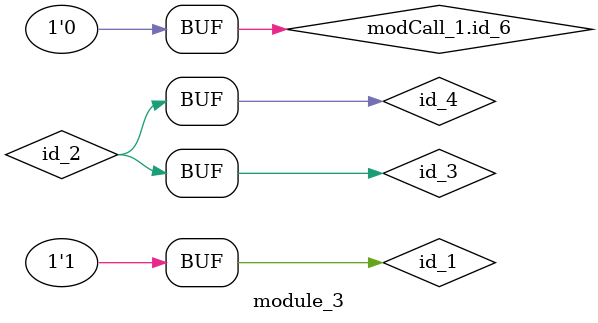
<source format=v>
module module_0 (
    input wor id_0
);
  assign id_2 = 1;
  module_2 modCall_1 (
      id_2,
      id_2,
      id_2,
      id_2,
      id_2,
      id_2,
      id_2,
      id_2
  );
  assign modCall_1.id_2 = 0;
endmodule
module module_1 (
    input tri id_0
);
  assign id_2 = id_0;
  module_0 modCall_1 (id_2);
  assign modCall_1.type_0 = 0;
endmodule
module module_2 (
    id_1,
    id_2,
    id_3,
    id_4,
    id_5,
    id_6,
    id_7,
    id_8
);
  inout wire id_8;
  inout wire id_7;
  output wire id_6;
  output wire id_5;
  output wire id_4;
  output wire id_3;
  inout wire id_2;
  input wire id_1;
endmodule
module module_3;
  assign id_1 = 1;
  wire id_2;
  wire id_3;
  assign id_3 = id_2;
  assign id_1 = 1;
  wire id_4;
  module_2 modCall_1 (
      id_3,
      id_3,
      id_4,
      id_3,
      id_3,
      id_4,
      id_3,
      id_2
  );
  assign modCall_1.id_6 = 0;
  assign id_3 = id_4;
  wire id_5;
  wire id_6;
endmodule

</source>
